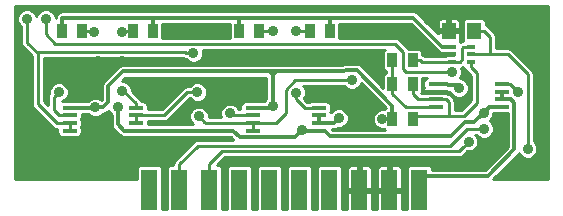
<source format=gbl>
G04 #@! TF.FileFunction,Copper,L2,Bot,Signal*
%FSLAX46Y46*%
G04 Gerber Fmt 4.6, Leading zero omitted, Abs format (unit mm)*
G04 Created by KiCad (PCBNEW (2015-11-11 BZR 6310, Git 8f79b4f)-product) date 2015-11-18 1:22:02 PM*
%MOMM*%
G01*
G04 APERTURE LIST*
%ADD10C,0.150000*%
%ADD11R,1.350000X3.500000*%
%ADD12R,0.797560X0.398780*%
%ADD13R,1.143000X1.397000*%
%ADD14R,1.300480X0.299720*%
%ADD15R,0.812800X1.143000*%
%ADD16C,0.889000*%
%ADD17C,0.304800*%
%ADD18C,0.254000*%
G04 APERTURE END LIST*
D10*
D11*
X106570000Y-99000000D03*
X109110000Y-99000000D03*
X111650000Y-99000000D03*
X114190000Y-99000000D03*
X116730000Y-99000000D03*
X119270000Y-99000000D03*
X121810000Y-99000000D03*
X124350000Y-99000000D03*
X126890000Y-99000000D03*
X129430000Y-99000000D03*
D12*
X132202440Y-88147700D03*
X132202440Y-87500000D03*
X132202440Y-86852300D03*
X133797560Y-86852300D03*
X133797560Y-87500000D03*
X133797560Y-88147700D03*
D13*
X134079500Y-85500000D03*
X131920500Y-85500000D03*
D14*
X99806000Y-93955400D03*
X99806000Y-93320400D03*
X99806000Y-92660000D03*
X99806000Y-92025000D03*
X105394000Y-92025000D03*
X105394000Y-92672700D03*
X105394000Y-93320400D03*
X105394000Y-93968100D03*
X115306000Y-93955400D03*
X115306000Y-93320400D03*
X115306000Y-92660000D03*
X115306000Y-92025000D03*
X120894000Y-92025000D03*
X120894000Y-92672700D03*
X120894000Y-93320400D03*
X120894000Y-93968100D03*
X130806000Y-91955400D03*
X130806000Y-91320400D03*
X130806000Y-90660000D03*
X130806000Y-90025000D03*
X136394000Y-90025000D03*
X136394000Y-90672700D03*
X136394000Y-91320400D03*
X136394000Y-91968100D03*
D15*
X127149100Y-90000000D03*
X128850900Y-90000000D03*
X120149100Y-85500000D03*
X121850900Y-85500000D03*
X115850900Y-85500000D03*
X114149100Y-85500000D03*
X105149100Y-85500000D03*
X106850900Y-85500000D03*
X100850900Y-85500000D03*
X99149100Y-85500000D03*
X128850900Y-88000000D03*
X127149100Y-88000000D03*
X128850900Y-93000000D03*
X127149100Y-93000000D03*
D16*
X119500000Y-93900000D03*
X134858233Y-92443895D03*
X103900000Y-92000000D03*
X117000000Y-91900000D03*
X132781200Y-90359875D03*
X126300000Y-92979998D03*
X101999992Y-92000000D03*
X103250000Y-95250000D03*
X110500000Y-85500000D03*
X135250000Y-95500000D03*
X132782024Y-91525280D03*
X125500000Y-91500000D03*
X102200000Y-88100000D03*
X104250920Y-88100000D03*
X118100000Y-96600000D03*
X107200000Y-95200000D03*
X115400000Y-96600000D03*
X125500000Y-85500000D03*
X118000000Y-87900000D03*
X131900000Y-84200000D03*
X109400000Y-92800000D03*
X133600000Y-94900000D03*
X134900000Y-93800002D03*
X138600000Y-95500000D03*
X122600000Y-92900000D03*
X98900000Y-90700000D03*
X104250920Y-90600000D03*
X113400000Y-92500000D03*
X119000000Y-90750000D03*
X137800000Y-90719202D03*
X132200000Y-88994802D03*
X97800000Y-84500000D03*
X110300000Y-87400000D03*
X96199996Y-84500000D03*
X101900000Y-85600000D03*
X110633723Y-90707870D03*
X104250920Y-85600000D03*
X110750000Y-92750000D03*
X123703212Y-89671179D03*
X117000008Y-85500000D03*
X119000000Y-85500000D03*
D17*
X134068717Y-93233411D02*
X134413734Y-92888394D01*
X133265674Y-93233411D02*
X134068717Y-93233411D01*
X132076325Y-94422760D02*
X133265674Y-93233411D01*
X121394380Y-93968100D02*
X121849040Y-94422760D01*
X120894000Y-93968100D02*
X121394380Y-93968100D01*
X121849040Y-94422760D02*
X132076325Y-94422760D01*
X134413734Y-92888394D02*
X134858233Y-92443895D01*
X118888339Y-94511661D02*
X119055501Y-94344499D01*
X114211661Y-94511661D02*
X118888339Y-94511661D01*
X113668100Y-93968100D02*
X114211661Y-94511661D01*
X119055501Y-94344499D02*
X119500000Y-93900000D01*
X105394000Y-93968100D02*
X113668100Y-93968100D01*
X119568100Y-93968100D02*
X119500000Y-93900000D01*
X120894000Y-93968100D02*
X119568100Y-93968100D01*
X135302732Y-91999396D02*
X134858233Y-92443895D01*
X135334028Y-91968100D02*
X135302732Y-91999396D01*
X136394000Y-91968100D02*
X135334028Y-91968100D01*
X103900000Y-92628617D02*
X103900000Y-93358022D01*
X103900000Y-92628617D02*
X103900000Y-92000000D01*
X103900000Y-93429140D02*
X103900000Y-92628617D01*
X104438960Y-93968100D02*
X103900000Y-93429140D01*
X105394000Y-93968100D02*
X104438960Y-93968100D01*
X127149100Y-92123700D02*
X127149100Y-93000000D01*
X127149100Y-91857733D02*
X127149100Y-92123700D01*
X123049099Y-88950901D02*
X123179722Y-88820278D01*
X117300000Y-88950901D02*
X123049099Y-88950901D01*
X123179722Y-88820278D02*
X124111645Y-88820278D01*
X124111645Y-88820278D02*
X127149100Y-91857733D01*
X116875000Y-92025000D02*
X117000000Y-91900000D01*
X115306000Y-92025000D02*
X116875000Y-92025000D01*
X117000000Y-91900000D02*
X117000000Y-89750000D01*
X117000000Y-89750000D02*
X117000000Y-89300000D01*
X117000000Y-88950901D02*
X117300000Y-88950901D01*
X117000000Y-89300000D02*
X117000000Y-89250901D01*
X117000000Y-89250901D02*
X117300000Y-88950901D01*
X117000000Y-89300000D02*
X117000000Y-88950901D01*
X104300000Y-88950901D02*
X116700000Y-88950901D01*
X116700000Y-88950901D02*
X117000000Y-88950901D01*
X117000000Y-89250901D02*
X116700000Y-88950901D01*
X101999992Y-92000000D02*
X102628609Y-92000000D01*
X102628609Y-92000000D02*
X103100000Y-91528609D01*
X103100000Y-91528609D02*
X103100000Y-90150901D01*
X103100000Y-90150901D02*
X104300000Y-88950901D01*
X130806000Y-90025000D02*
X131775014Y-90025000D01*
X131876603Y-90126589D02*
X132547914Y-90126589D01*
X132547914Y-90126589D02*
X132781200Y-90359875D01*
X131775014Y-90025000D02*
X131876603Y-90126589D01*
X127149100Y-93000000D02*
X126320002Y-93000000D01*
X126320002Y-93000000D02*
X126300000Y-92979998D01*
X101974992Y-92025000D02*
X101999992Y-92000000D01*
X99806000Y-92025000D02*
X101974992Y-92025000D01*
D18*
X124350000Y-99000000D02*
X124350000Y-96950000D01*
X124350000Y-96950000D02*
X124000000Y-96600000D01*
X124000000Y-96600000D02*
X118100000Y-96600000D01*
X107200000Y-95200000D02*
X103300000Y-95200000D01*
X103300000Y-95200000D02*
X103250000Y-95250000D01*
X132337525Y-91080781D02*
X132782024Y-91525280D01*
X131907944Y-90660000D02*
X132328725Y-91080781D01*
X130806000Y-90660000D02*
X131907944Y-90660000D01*
X132328725Y-91080781D02*
X132337525Y-91080781D01*
X115400000Y-96600000D02*
X118100000Y-96600000D01*
X131920500Y-85500000D02*
X131920500Y-84220500D01*
X131920500Y-84220500D02*
X131900000Y-84200000D01*
D17*
X99149100Y-84450900D02*
X99149100Y-85500000D01*
X106900000Y-84400000D02*
X99200000Y-84400000D01*
X99200000Y-84400000D02*
X99149100Y-84450900D01*
X132202440Y-86852300D02*
X131352300Y-86852300D01*
X131352300Y-86852300D02*
X128900000Y-84400000D01*
X128900000Y-84400000D02*
X121900000Y-84400000D01*
X121900000Y-84400000D02*
X114100000Y-84400000D01*
X121900000Y-84400000D02*
X121850900Y-84449100D01*
X121850900Y-84449100D02*
X121850900Y-85500000D01*
X114100000Y-84400000D02*
X106900000Y-84400000D01*
X114100000Y-84400000D02*
X114149100Y-84449100D01*
X114149100Y-84449100D02*
X114149100Y-85500000D01*
X106900000Y-84400000D02*
X106850900Y-84449100D01*
X106850900Y-84449100D02*
X106850900Y-85500000D01*
X99149100Y-85665100D02*
X99149100Y-85500000D01*
D18*
X111650000Y-99000000D02*
X111650000Y-96750000D01*
X111650000Y-96750000D02*
X112717288Y-95682712D01*
X112717288Y-95682712D02*
X132817288Y-95682712D01*
X132817288Y-95682712D02*
X133155501Y-95344499D01*
X133155501Y-95344499D02*
X133600000Y-94900000D01*
X109110000Y-99000000D02*
X109110000Y-96790000D01*
X109110000Y-96790000D02*
X110674499Y-95225501D01*
X110674499Y-95225501D02*
X132027941Y-95225501D01*
X132027941Y-95225501D02*
X133453440Y-93800002D01*
X133453440Y-93800002D02*
X134271383Y-93800002D01*
X134271383Y-93800002D02*
X134900000Y-93800002D01*
D17*
X136394000Y-91320400D02*
X137141862Y-91320400D01*
X137141862Y-91320400D02*
X137450641Y-91629179D01*
X137450641Y-91629179D02*
X137450641Y-95549359D01*
X137450641Y-95549359D02*
X135200000Y-97800000D01*
X135200000Y-97800000D02*
X129800000Y-97800000D01*
X129800000Y-97800000D02*
X129430000Y-98170000D01*
X129430000Y-98170000D02*
X129430000Y-99000000D01*
X136394000Y-91320400D02*
X136394000Y-90672700D01*
D18*
X136900000Y-87500000D02*
X135400000Y-87500000D01*
X135400000Y-87500000D02*
X134450340Y-87500000D01*
X134079500Y-85500000D02*
X134905000Y-85500000D01*
X134905000Y-85500000D02*
X135400000Y-85995000D01*
X135400000Y-85995000D02*
X135400000Y-87500000D01*
X138600000Y-95500000D02*
X138600000Y-89200000D01*
X138600000Y-89200000D02*
X136900000Y-87500000D01*
X134450340Y-87500000D02*
X133797560Y-87500000D01*
D17*
X122179600Y-93320400D02*
X122600000Y-92900000D01*
X120894000Y-93320400D02*
X122179600Y-93320400D01*
X120894000Y-93320400D02*
X120894000Y-92672700D01*
D18*
X127149100Y-88000000D02*
X127149100Y-90000000D01*
X127149100Y-90825500D02*
X128279000Y-91955400D01*
X128279000Y-91955400D02*
X129901760Y-91955400D01*
X127149100Y-90000000D02*
X127149100Y-90825500D01*
X129901760Y-91955400D02*
X130806000Y-91955400D01*
X127149100Y-90000000D02*
X127149100Y-90165100D01*
X133200000Y-92700000D02*
X131900000Y-92700000D01*
X131900000Y-92700000D02*
X129100000Y-92700000D01*
X130806000Y-91320400D02*
X131710240Y-91320400D01*
X131710240Y-91320400D02*
X131900000Y-91510160D01*
X131900000Y-91510160D02*
X131900000Y-92700000D01*
X133797560Y-88147700D02*
X133797560Y-88601090D01*
X133797560Y-88601090D02*
X134300000Y-89103530D01*
X134300000Y-89103530D02*
X134300000Y-91600000D01*
X134300000Y-91600000D02*
X133200000Y-92700000D01*
X129100000Y-92700000D02*
X128850900Y-92949100D01*
X128850900Y-92949100D02*
X128850900Y-93000000D01*
X133797560Y-88147700D02*
X133598170Y-88147700D01*
X129000000Y-90000000D02*
X128850900Y-90000000D01*
X128850900Y-90000000D02*
X128850900Y-89834900D01*
X128850900Y-90000000D02*
X128850900Y-90825500D01*
X129345800Y-91320400D02*
X129901760Y-91320400D01*
X128850900Y-90825500D02*
X129345800Y-91320400D01*
X129901760Y-91320400D02*
X130806000Y-91320400D01*
D17*
X128875900Y-90025000D02*
X128850900Y-90000000D01*
D18*
X128850900Y-90165100D02*
X128850900Y-90000000D01*
X128899100Y-89951800D02*
X128850900Y-90000000D01*
X130306000Y-91320400D02*
X131210240Y-91320400D01*
X98900000Y-90700000D02*
X98455501Y-91144499D01*
X98455501Y-91144499D02*
X98455501Y-92213741D01*
X98455501Y-92213741D02*
X98901760Y-92660000D01*
X98901760Y-92660000D02*
X99806000Y-92660000D01*
X105394000Y-92025000D02*
X105394000Y-91621140D01*
X104372860Y-90600000D02*
X104250920Y-90600000D01*
X105394000Y-91621140D02*
X104372860Y-90600000D01*
X113400000Y-92500000D02*
X113560000Y-92660000D01*
X113560000Y-92660000D02*
X115306000Y-92660000D01*
X119000000Y-91300000D02*
X119000000Y-90750000D01*
X119725000Y-92025000D02*
X119000000Y-91300000D01*
X120894000Y-92025000D02*
X119725000Y-92025000D01*
X136394000Y-90025000D02*
X137105798Y-90025000D01*
X137105798Y-90025000D02*
X137800000Y-90719202D01*
X128850900Y-88000000D02*
X129511300Y-88000000D01*
X129511300Y-88000000D02*
X129659000Y-88147700D01*
X129659000Y-88147700D02*
X131549660Y-88147700D01*
X131549660Y-88147700D02*
X132202440Y-88147700D01*
X132202440Y-88147700D02*
X132855220Y-88147700D01*
X132855220Y-88147700D02*
X133068579Y-87934341D01*
X133144780Y-86852300D02*
X133797560Y-86852300D01*
X133068579Y-87934341D02*
X133068579Y-86928501D01*
X133068579Y-86928501D02*
X133144780Y-86852300D01*
X97800000Y-84500000D02*
X97800000Y-85814602D01*
X97800000Y-85814602D02*
X98585398Y-86600000D01*
X98585398Y-86600000D02*
X127321362Y-86600000D01*
X127321362Y-86600000D02*
X128000000Y-87278638D01*
X128000000Y-87278638D02*
X128000000Y-88721362D01*
X128000000Y-88721362D02*
X128273440Y-88994802D01*
X128273440Y-88994802D02*
X131571383Y-88994802D01*
X131571383Y-88994802D02*
X132200000Y-88994802D01*
X109671383Y-87400000D02*
X110300000Y-87400000D01*
X97200000Y-87300000D02*
X109571383Y-87300000D01*
X97100000Y-87400000D02*
X97200000Y-87300000D01*
X109571383Y-87300000D02*
X109671383Y-87400000D01*
X96199996Y-85128617D02*
X96199996Y-84500000D01*
X96199996Y-86499996D02*
X96199996Y-85128617D01*
X97100000Y-87400000D02*
X96199996Y-86499996D01*
X99806000Y-93320400D02*
X98720400Y-93320400D01*
X98720400Y-93320400D02*
X97100000Y-91700000D01*
X97100000Y-91700000D02*
X97100000Y-87400000D01*
X99806000Y-93955400D02*
X99806000Y-93320400D01*
X101800000Y-85500000D02*
X101900000Y-85600000D01*
X100850900Y-85500000D02*
X101800000Y-85500000D01*
X110005106Y-90707870D02*
X110633723Y-90707870D01*
X107808519Y-92672700D02*
X109773349Y-90707870D01*
X105394000Y-92672700D02*
X107808519Y-92672700D01*
X109773349Y-90707870D02*
X110005106Y-90707870D01*
X105394000Y-93320400D02*
X105394000Y-92672700D01*
X105149100Y-85500000D02*
X104350920Y-85500000D01*
X104350920Y-85500000D02*
X104250920Y-85600000D01*
X118932263Y-89671179D02*
X123074595Y-89671179D01*
X118100000Y-90503442D02*
X118932263Y-89671179D01*
X123074595Y-89671179D02*
X123703212Y-89671179D01*
X118100000Y-92500000D02*
X118100000Y-90503442D01*
X117279600Y-93320400D02*
X118100000Y-92500000D01*
X115306000Y-93320400D02*
X117279600Y-93320400D01*
X111194499Y-93194499D02*
X110750000Y-92750000D01*
X111320400Y-93320400D02*
X111194499Y-93194499D01*
X115306000Y-93320400D02*
X111320400Y-93320400D01*
X115306000Y-93320400D02*
X115306000Y-93955400D01*
X117000000Y-85500000D02*
X117000008Y-85500000D01*
X115850900Y-85500000D02*
X117000000Y-85500000D01*
X119300000Y-85500000D02*
X119000000Y-85500000D01*
X120149100Y-85500000D02*
X119300000Y-85500000D01*
G36*
X135743760Y-92506424D02*
X136917241Y-92506424D01*
X136917241Y-95328417D01*
X134979058Y-97266600D01*
X130493464Y-97266600D01*
X130493464Y-97250000D01*
X130466897Y-97108810D01*
X130383454Y-96979135D01*
X130256134Y-96892141D01*
X130105000Y-96861536D01*
X128755000Y-96861536D01*
X128613810Y-96888103D01*
X128484135Y-96971546D01*
X128397141Y-97098866D01*
X128366536Y-97250000D01*
X128366536Y-100569000D01*
X127946000Y-100569000D01*
X127946000Y-99222250D01*
X127850750Y-99127000D01*
X127017000Y-99127000D01*
X127017000Y-99147000D01*
X126763000Y-99147000D01*
X126763000Y-99127000D01*
X125929250Y-99127000D01*
X125834000Y-99222250D01*
X125834000Y-100569000D01*
X125406000Y-100569000D01*
X125406000Y-99222250D01*
X125310750Y-99127000D01*
X124477000Y-99127000D01*
X124477000Y-99147000D01*
X124223000Y-99147000D01*
X124223000Y-99127000D01*
X123389250Y-99127000D01*
X123294000Y-99222250D01*
X123294000Y-100569000D01*
X122873464Y-100569000D01*
X122873464Y-97250000D01*
X122859204Y-97174215D01*
X123294000Y-97174215D01*
X123294000Y-98777750D01*
X123389250Y-98873000D01*
X124223000Y-98873000D01*
X124223000Y-96964250D01*
X124477000Y-96964250D01*
X124477000Y-98873000D01*
X125310750Y-98873000D01*
X125406000Y-98777750D01*
X125406000Y-97174215D01*
X125834000Y-97174215D01*
X125834000Y-98777750D01*
X125929250Y-98873000D01*
X126763000Y-98873000D01*
X126763000Y-96964250D01*
X127017000Y-96964250D01*
X127017000Y-98873000D01*
X127850750Y-98873000D01*
X127946000Y-98777750D01*
X127946000Y-97174215D01*
X127887996Y-97034181D01*
X127780820Y-96927004D01*
X127640786Y-96869000D01*
X127112250Y-96869000D01*
X127017000Y-96964250D01*
X126763000Y-96964250D01*
X126667750Y-96869000D01*
X126139214Y-96869000D01*
X125999180Y-96927004D01*
X125892004Y-97034181D01*
X125834000Y-97174215D01*
X125406000Y-97174215D01*
X125347996Y-97034181D01*
X125240820Y-96927004D01*
X125100786Y-96869000D01*
X124572250Y-96869000D01*
X124477000Y-96964250D01*
X124223000Y-96964250D01*
X124127750Y-96869000D01*
X123599214Y-96869000D01*
X123459180Y-96927004D01*
X123352004Y-97034181D01*
X123294000Y-97174215D01*
X122859204Y-97174215D01*
X122846897Y-97108810D01*
X122763454Y-96979135D01*
X122636134Y-96892141D01*
X122485000Y-96861536D01*
X121135000Y-96861536D01*
X120993810Y-96888103D01*
X120864135Y-96971546D01*
X120777141Y-97098866D01*
X120746536Y-97250000D01*
X120746536Y-100569000D01*
X120333464Y-100569000D01*
X120333464Y-97250000D01*
X120306897Y-97108810D01*
X120223454Y-96979135D01*
X120096134Y-96892141D01*
X119945000Y-96861536D01*
X118595000Y-96861536D01*
X118453810Y-96888103D01*
X118324135Y-96971546D01*
X118237141Y-97098866D01*
X118206536Y-97250000D01*
X118206536Y-100569000D01*
X117793464Y-100569000D01*
X117793464Y-97250000D01*
X117766897Y-97108810D01*
X117683454Y-96979135D01*
X117556134Y-96892141D01*
X117405000Y-96861536D01*
X116055000Y-96861536D01*
X115913810Y-96888103D01*
X115784135Y-96971546D01*
X115697141Y-97098866D01*
X115666536Y-97250000D01*
X115666536Y-100569000D01*
X115253464Y-100569000D01*
X115253464Y-97250000D01*
X115226897Y-97108810D01*
X115143454Y-96979135D01*
X115016134Y-96892141D01*
X114865000Y-96861536D01*
X113515000Y-96861536D01*
X113373810Y-96888103D01*
X113244135Y-96971546D01*
X113157141Y-97098866D01*
X113126536Y-97250000D01*
X113126536Y-100569000D01*
X112713464Y-100569000D01*
X112713464Y-97250000D01*
X112686897Y-97108810D01*
X112603454Y-96979135D01*
X112476134Y-96892141D01*
X112325000Y-96861536D01*
X112256884Y-96861536D01*
X112927708Y-96190712D01*
X132817288Y-96190712D01*
X133011691Y-96152043D01*
X133176498Y-96041922D01*
X133493013Y-95725407D01*
X133763482Y-95725643D01*
X134066998Y-95600233D01*
X134299417Y-95368219D01*
X134425357Y-95064923D01*
X134425643Y-94736518D01*
X134300233Y-94433002D01*
X134175451Y-94308002D01*
X134240698Y-94308002D01*
X134431781Y-94499419D01*
X134735077Y-94625359D01*
X135063482Y-94625645D01*
X135366998Y-94500235D01*
X135599417Y-94268221D01*
X135725357Y-93964925D01*
X135725643Y-93636520D01*
X135600233Y-93333004D01*
X135368534Y-93100901D01*
X135557650Y-92912114D01*
X135683590Y-92608818D01*
X135683683Y-92501500D01*
X135719444Y-92501500D01*
X135743760Y-92506424D01*
X135743760Y-92506424D01*
G37*
X135743760Y-92506424D02*
X136917241Y-92506424D01*
X136917241Y-95328417D01*
X134979058Y-97266600D01*
X130493464Y-97266600D01*
X130493464Y-97250000D01*
X130466897Y-97108810D01*
X130383454Y-96979135D01*
X130256134Y-96892141D01*
X130105000Y-96861536D01*
X128755000Y-96861536D01*
X128613810Y-96888103D01*
X128484135Y-96971546D01*
X128397141Y-97098866D01*
X128366536Y-97250000D01*
X128366536Y-100569000D01*
X127946000Y-100569000D01*
X127946000Y-99222250D01*
X127850750Y-99127000D01*
X127017000Y-99127000D01*
X127017000Y-99147000D01*
X126763000Y-99147000D01*
X126763000Y-99127000D01*
X125929250Y-99127000D01*
X125834000Y-99222250D01*
X125834000Y-100569000D01*
X125406000Y-100569000D01*
X125406000Y-99222250D01*
X125310750Y-99127000D01*
X124477000Y-99127000D01*
X124477000Y-99147000D01*
X124223000Y-99147000D01*
X124223000Y-99127000D01*
X123389250Y-99127000D01*
X123294000Y-99222250D01*
X123294000Y-100569000D01*
X122873464Y-100569000D01*
X122873464Y-97250000D01*
X122859204Y-97174215D01*
X123294000Y-97174215D01*
X123294000Y-98777750D01*
X123389250Y-98873000D01*
X124223000Y-98873000D01*
X124223000Y-96964250D01*
X124477000Y-96964250D01*
X124477000Y-98873000D01*
X125310750Y-98873000D01*
X125406000Y-98777750D01*
X125406000Y-97174215D01*
X125834000Y-97174215D01*
X125834000Y-98777750D01*
X125929250Y-98873000D01*
X126763000Y-98873000D01*
X126763000Y-96964250D01*
X127017000Y-96964250D01*
X127017000Y-98873000D01*
X127850750Y-98873000D01*
X127946000Y-98777750D01*
X127946000Y-97174215D01*
X127887996Y-97034181D01*
X127780820Y-96927004D01*
X127640786Y-96869000D01*
X127112250Y-96869000D01*
X127017000Y-96964250D01*
X126763000Y-96964250D01*
X126667750Y-96869000D01*
X126139214Y-96869000D01*
X125999180Y-96927004D01*
X125892004Y-97034181D01*
X125834000Y-97174215D01*
X125406000Y-97174215D01*
X125347996Y-97034181D01*
X125240820Y-96927004D01*
X125100786Y-96869000D01*
X124572250Y-96869000D01*
X124477000Y-96964250D01*
X124223000Y-96964250D01*
X124127750Y-96869000D01*
X123599214Y-96869000D01*
X123459180Y-96927004D01*
X123352004Y-97034181D01*
X123294000Y-97174215D01*
X122859204Y-97174215D01*
X122846897Y-97108810D01*
X122763454Y-96979135D01*
X122636134Y-96892141D01*
X122485000Y-96861536D01*
X121135000Y-96861536D01*
X120993810Y-96888103D01*
X120864135Y-96971546D01*
X120777141Y-97098866D01*
X120746536Y-97250000D01*
X120746536Y-100569000D01*
X120333464Y-100569000D01*
X120333464Y-97250000D01*
X120306897Y-97108810D01*
X120223454Y-96979135D01*
X120096134Y-96892141D01*
X119945000Y-96861536D01*
X118595000Y-96861536D01*
X118453810Y-96888103D01*
X118324135Y-96971546D01*
X118237141Y-97098866D01*
X118206536Y-97250000D01*
X118206536Y-100569000D01*
X117793464Y-100569000D01*
X117793464Y-97250000D01*
X117766897Y-97108810D01*
X117683454Y-96979135D01*
X117556134Y-96892141D01*
X117405000Y-96861536D01*
X116055000Y-96861536D01*
X115913810Y-96888103D01*
X115784135Y-96971546D01*
X115697141Y-97098866D01*
X115666536Y-97250000D01*
X115666536Y-100569000D01*
X115253464Y-100569000D01*
X115253464Y-97250000D01*
X115226897Y-97108810D01*
X115143454Y-96979135D01*
X115016134Y-96892141D01*
X114865000Y-96861536D01*
X113515000Y-96861536D01*
X113373810Y-96888103D01*
X113244135Y-96971546D01*
X113157141Y-97098866D01*
X113126536Y-97250000D01*
X113126536Y-100569000D01*
X112713464Y-100569000D01*
X112713464Y-97250000D01*
X112686897Y-97108810D01*
X112603454Y-96979135D01*
X112476134Y-96892141D01*
X112325000Y-96861536D01*
X112256884Y-96861536D01*
X112927708Y-96190712D01*
X132817288Y-96190712D01*
X133011691Y-96152043D01*
X133176498Y-96041922D01*
X133493013Y-95725407D01*
X133763482Y-95725643D01*
X134066998Y-95600233D01*
X134299417Y-95368219D01*
X134425357Y-95064923D01*
X134425643Y-94736518D01*
X134300233Y-94433002D01*
X134175451Y-94308002D01*
X134240698Y-94308002D01*
X134431781Y-94499419D01*
X134735077Y-94625359D01*
X135063482Y-94625645D01*
X135366998Y-94500235D01*
X135599417Y-94268221D01*
X135725357Y-93964925D01*
X135725643Y-93636520D01*
X135600233Y-93333004D01*
X135368534Y-93100901D01*
X135557650Y-92912114D01*
X135683590Y-92608818D01*
X135683683Y-92501500D01*
X135719444Y-92501500D01*
X135743760Y-92506424D01*
G36*
X140319000Y-98069000D02*
X135685342Y-98069000D01*
X137827812Y-95926530D01*
X137861941Y-95875452D01*
X137899767Y-95966998D01*
X138131781Y-96199417D01*
X138435077Y-96325357D01*
X138763482Y-96325643D01*
X139066998Y-96200233D01*
X139299417Y-95968219D01*
X139425357Y-95664923D01*
X139425643Y-95336518D01*
X139300233Y-95033002D01*
X139108000Y-94840433D01*
X139108000Y-89200000D01*
X139069331Y-89005597D01*
X138959210Y-88840790D01*
X137259210Y-87140790D01*
X137094403Y-87030669D01*
X136900000Y-86992000D01*
X135908000Y-86992000D01*
X135908000Y-85995000D01*
X135869331Y-85800597D01*
X135759210Y-85635790D01*
X135264210Y-85140790D01*
X135099403Y-85030669D01*
X135039464Y-85018746D01*
X135039464Y-84801500D01*
X135012897Y-84660310D01*
X134929454Y-84530635D01*
X134802134Y-84443641D01*
X134651000Y-84413036D01*
X133508000Y-84413036D01*
X133366810Y-84439603D01*
X133237135Y-84523046D01*
X133150141Y-84650366D01*
X133119536Y-84801500D01*
X133119536Y-86198500D01*
X133146103Y-86339690D01*
X133149069Y-86344300D01*
X133144780Y-86344300D01*
X132950377Y-86382969D01*
X132950375Y-86382970D01*
X132950376Y-86382970D01*
X132901349Y-86415729D01*
X132879674Y-86382045D01*
X132839683Y-86354720D01*
X132873000Y-86274285D01*
X132873000Y-85722250D01*
X132777750Y-85627000D01*
X132047500Y-85627000D01*
X132047500Y-85647000D01*
X131793500Y-85647000D01*
X131793500Y-85627000D01*
X131063250Y-85627000D01*
X130972296Y-85717954D01*
X129980057Y-84725715D01*
X130968000Y-84725715D01*
X130968000Y-85277750D01*
X131063250Y-85373000D01*
X131793500Y-85373000D01*
X131793500Y-84515750D01*
X132047500Y-84515750D01*
X132047500Y-85373000D01*
X132777750Y-85373000D01*
X132873000Y-85277750D01*
X132873000Y-84725715D01*
X132814996Y-84585681D01*
X132707820Y-84478504D01*
X132567786Y-84420500D01*
X132142750Y-84420500D01*
X132047500Y-84515750D01*
X131793500Y-84515750D01*
X131698250Y-84420500D01*
X131273214Y-84420500D01*
X131133180Y-84478504D01*
X131026004Y-84585681D01*
X130968000Y-84725715D01*
X129980057Y-84725715D01*
X129277171Y-84022829D01*
X129104123Y-83907203D01*
X128900000Y-83866600D01*
X99200000Y-83866600D01*
X98995876Y-83907203D01*
X98926563Y-83953516D01*
X98822829Y-84022829D01*
X98822827Y-84022832D01*
X98771929Y-84073729D01*
X98656303Y-84246777D01*
X98625587Y-84401197D01*
X98625643Y-84336518D01*
X98500233Y-84033002D01*
X98268219Y-83800583D01*
X97964923Y-83674643D01*
X97636518Y-83674357D01*
X97333002Y-83799767D01*
X97100583Y-84031781D01*
X96999906Y-84274238D01*
X96900229Y-84033002D01*
X96668215Y-83800583D01*
X96364919Y-83674643D01*
X96036514Y-83674357D01*
X95732998Y-83799767D01*
X95500579Y-84031781D01*
X95374639Y-84335077D01*
X95374353Y-84663482D01*
X95499763Y-84966998D01*
X95691996Y-85159567D01*
X95691996Y-86499996D01*
X95730665Y-86694399D01*
X95840786Y-86859206D01*
X96592000Y-87610420D01*
X96592000Y-91700000D01*
X96630669Y-91894403D01*
X96740790Y-92059210D01*
X98361190Y-93679610D01*
X98525997Y-93789731D01*
X98720400Y-93828400D01*
X98767296Y-93828400D01*
X98767296Y-94105260D01*
X98793863Y-94246450D01*
X98877306Y-94376125D01*
X99004626Y-94463119D01*
X99155760Y-94493724D01*
X100456240Y-94493724D01*
X100597430Y-94467157D01*
X100727105Y-94383714D01*
X100814099Y-94256394D01*
X100844704Y-94105260D01*
X100844704Y-93805540D01*
X100818137Y-93664350D01*
X100801943Y-93639184D01*
X100814099Y-93621394D01*
X100844704Y-93470260D01*
X100844704Y-93170540D01*
X100818137Y-93029350D01*
X100793526Y-92991103D01*
X100814099Y-92960994D01*
X100844704Y-92809860D01*
X100844704Y-92558400D01*
X101391002Y-92558400D01*
X101531773Y-92699417D01*
X101835069Y-92825357D01*
X102163474Y-92825643D01*
X102466990Y-92700233D01*
X102635484Y-92532032D01*
X102832732Y-92492797D01*
X103005780Y-92377171D01*
X103116785Y-92266166D01*
X103199767Y-92466998D01*
X103366600Y-92634122D01*
X103366600Y-93429140D01*
X103407203Y-93633263D01*
X103522829Y-93806311D01*
X104061787Y-94345268D01*
X104061789Y-94345271D01*
X104193089Y-94433002D01*
X104234837Y-94460897D01*
X104438960Y-94501501D01*
X104438965Y-94501500D01*
X104719444Y-94501500D01*
X104743760Y-94506424D01*
X106044240Y-94506424D01*
X106070409Y-94501500D01*
X113447158Y-94501500D01*
X113663159Y-94717501D01*
X110674499Y-94717501D01*
X110480096Y-94756170D01*
X110315289Y-94866291D01*
X108750790Y-96430790D01*
X108640669Y-96595597D01*
X108602000Y-96790000D01*
X108602000Y-96861536D01*
X108435000Y-96861536D01*
X108293810Y-96888103D01*
X108164135Y-96971546D01*
X108077141Y-97098866D01*
X108046536Y-97250000D01*
X108046536Y-100569000D01*
X107633464Y-100569000D01*
X107633464Y-97250000D01*
X107606897Y-97108810D01*
X107523454Y-96979135D01*
X107396134Y-96892141D01*
X107245000Y-96861536D01*
X105895000Y-96861536D01*
X105753810Y-96888103D01*
X105624135Y-96971546D01*
X105537141Y-97098866D01*
X105506536Y-97250000D01*
X105506536Y-98070300D01*
X105500000Y-98069000D01*
X95181000Y-98069000D01*
X95181000Y-83431000D01*
X140319000Y-83431000D01*
X140319000Y-98069000D01*
X140319000Y-98069000D01*
G37*
X140319000Y-98069000D02*
X135685342Y-98069000D01*
X137827812Y-95926530D01*
X137861941Y-95875452D01*
X137899767Y-95966998D01*
X138131781Y-96199417D01*
X138435077Y-96325357D01*
X138763482Y-96325643D01*
X139066998Y-96200233D01*
X139299417Y-95968219D01*
X139425357Y-95664923D01*
X139425643Y-95336518D01*
X139300233Y-95033002D01*
X139108000Y-94840433D01*
X139108000Y-89200000D01*
X139069331Y-89005597D01*
X138959210Y-88840790D01*
X137259210Y-87140790D01*
X137094403Y-87030669D01*
X136900000Y-86992000D01*
X135908000Y-86992000D01*
X135908000Y-85995000D01*
X135869331Y-85800597D01*
X135759210Y-85635790D01*
X135264210Y-85140790D01*
X135099403Y-85030669D01*
X135039464Y-85018746D01*
X135039464Y-84801500D01*
X135012897Y-84660310D01*
X134929454Y-84530635D01*
X134802134Y-84443641D01*
X134651000Y-84413036D01*
X133508000Y-84413036D01*
X133366810Y-84439603D01*
X133237135Y-84523046D01*
X133150141Y-84650366D01*
X133119536Y-84801500D01*
X133119536Y-86198500D01*
X133146103Y-86339690D01*
X133149069Y-86344300D01*
X133144780Y-86344300D01*
X132950377Y-86382969D01*
X132950375Y-86382970D01*
X132950376Y-86382970D01*
X132901349Y-86415729D01*
X132879674Y-86382045D01*
X132839683Y-86354720D01*
X132873000Y-86274285D01*
X132873000Y-85722250D01*
X132777750Y-85627000D01*
X132047500Y-85627000D01*
X132047500Y-85647000D01*
X131793500Y-85647000D01*
X131793500Y-85627000D01*
X131063250Y-85627000D01*
X130972296Y-85717954D01*
X129980057Y-84725715D01*
X130968000Y-84725715D01*
X130968000Y-85277750D01*
X131063250Y-85373000D01*
X131793500Y-85373000D01*
X131793500Y-84515750D01*
X132047500Y-84515750D01*
X132047500Y-85373000D01*
X132777750Y-85373000D01*
X132873000Y-85277750D01*
X132873000Y-84725715D01*
X132814996Y-84585681D01*
X132707820Y-84478504D01*
X132567786Y-84420500D01*
X132142750Y-84420500D01*
X132047500Y-84515750D01*
X131793500Y-84515750D01*
X131698250Y-84420500D01*
X131273214Y-84420500D01*
X131133180Y-84478504D01*
X131026004Y-84585681D01*
X130968000Y-84725715D01*
X129980057Y-84725715D01*
X129277171Y-84022829D01*
X129104123Y-83907203D01*
X128900000Y-83866600D01*
X99200000Y-83866600D01*
X98995876Y-83907203D01*
X98926563Y-83953516D01*
X98822829Y-84022829D01*
X98822827Y-84022832D01*
X98771929Y-84073729D01*
X98656303Y-84246777D01*
X98625587Y-84401197D01*
X98625643Y-84336518D01*
X98500233Y-84033002D01*
X98268219Y-83800583D01*
X97964923Y-83674643D01*
X97636518Y-83674357D01*
X97333002Y-83799767D01*
X97100583Y-84031781D01*
X96999906Y-84274238D01*
X96900229Y-84033002D01*
X96668215Y-83800583D01*
X96364919Y-83674643D01*
X96036514Y-83674357D01*
X95732998Y-83799767D01*
X95500579Y-84031781D01*
X95374639Y-84335077D01*
X95374353Y-84663482D01*
X95499763Y-84966998D01*
X95691996Y-85159567D01*
X95691996Y-86499996D01*
X95730665Y-86694399D01*
X95840786Y-86859206D01*
X96592000Y-87610420D01*
X96592000Y-91700000D01*
X96630669Y-91894403D01*
X96740790Y-92059210D01*
X98361190Y-93679610D01*
X98525997Y-93789731D01*
X98720400Y-93828400D01*
X98767296Y-93828400D01*
X98767296Y-94105260D01*
X98793863Y-94246450D01*
X98877306Y-94376125D01*
X99004626Y-94463119D01*
X99155760Y-94493724D01*
X100456240Y-94493724D01*
X100597430Y-94467157D01*
X100727105Y-94383714D01*
X100814099Y-94256394D01*
X100844704Y-94105260D01*
X100844704Y-93805540D01*
X100818137Y-93664350D01*
X100801943Y-93639184D01*
X100814099Y-93621394D01*
X100844704Y-93470260D01*
X100844704Y-93170540D01*
X100818137Y-93029350D01*
X100793526Y-92991103D01*
X100814099Y-92960994D01*
X100844704Y-92809860D01*
X100844704Y-92558400D01*
X101391002Y-92558400D01*
X101531773Y-92699417D01*
X101835069Y-92825357D01*
X102163474Y-92825643D01*
X102466990Y-92700233D01*
X102635484Y-92532032D01*
X102832732Y-92492797D01*
X103005780Y-92377171D01*
X103116785Y-92266166D01*
X103199767Y-92466998D01*
X103366600Y-92634122D01*
X103366600Y-93429140D01*
X103407203Y-93633263D01*
X103522829Y-93806311D01*
X104061787Y-94345268D01*
X104061789Y-94345271D01*
X104193089Y-94433002D01*
X104234837Y-94460897D01*
X104438960Y-94501501D01*
X104438965Y-94501500D01*
X104719444Y-94501500D01*
X104743760Y-94506424D01*
X106044240Y-94506424D01*
X106070409Y-94501500D01*
X113447158Y-94501500D01*
X113663159Y-94717501D01*
X110674499Y-94717501D01*
X110480096Y-94756170D01*
X110315289Y-94866291D01*
X108750790Y-96430790D01*
X108640669Y-96595597D01*
X108602000Y-96790000D01*
X108602000Y-96861536D01*
X108435000Y-96861536D01*
X108293810Y-96888103D01*
X108164135Y-96971546D01*
X108077141Y-97098866D01*
X108046536Y-97250000D01*
X108046536Y-100569000D01*
X107633464Y-100569000D01*
X107633464Y-97250000D01*
X107606897Y-97108810D01*
X107523454Y-96979135D01*
X107396134Y-96892141D01*
X107245000Y-96861536D01*
X105895000Y-96861536D01*
X105753810Y-96888103D01*
X105624135Y-96971546D01*
X105537141Y-97098866D01*
X105506536Y-97250000D01*
X105506536Y-98070300D01*
X105500000Y-98069000D01*
X95181000Y-98069000D01*
X95181000Y-83431000D01*
X140319000Y-83431000D01*
X140319000Y-98069000D01*
G36*
X126603293Y-92066268D02*
X126601510Y-92066603D01*
X126471835Y-92150046D01*
X126467862Y-92155861D01*
X126464923Y-92154641D01*
X126136518Y-92154355D01*
X125833002Y-92279765D01*
X125600583Y-92511779D01*
X125474643Y-92815075D01*
X125474357Y-93143480D01*
X125599767Y-93446996D01*
X125831781Y-93679415D01*
X126135077Y-93805355D01*
X126440602Y-93805621D01*
X126464246Y-93842365D01*
X126533025Y-93889360D01*
X122069982Y-93889360D01*
X122034422Y-93853800D01*
X122179600Y-93853800D01*
X122383723Y-93813197D01*
X122515082Y-93725427D01*
X122763482Y-93725643D01*
X123066998Y-93600233D01*
X123299417Y-93368219D01*
X123425357Y-93064923D01*
X123425643Y-92736518D01*
X123300233Y-92433002D01*
X123068219Y-92200583D01*
X122764923Y-92074643D01*
X122436518Y-92074357D01*
X122133002Y-92199767D01*
X121913200Y-92419186D01*
X121906137Y-92381650D01*
X121885735Y-92349944D01*
X121902099Y-92325994D01*
X121932704Y-92174860D01*
X121932704Y-91875140D01*
X121906137Y-91733950D01*
X121822694Y-91604275D01*
X121695374Y-91517281D01*
X121544240Y-91486676D01*
X120243760Y-91486676D01*
X120102570Y-91513243D01*
X120096731Y-91517000D01*
X119935420Y-91517000D01*
X119668001Y-91249581D01*
X119699417Y-91218219D01*
X119825357Y-90914923D01*
X119825643Y-90586518D01*
X119700233Y-90283002D01*
X119596591Y-90179179D01*
X123043910Y-90179179D01*
X123234993Y-90370596D01*
X123538289Y-90496536D01*
X123866694Y-90496822D01*
X124170210Y-90371412D01*
X124402629Y-90139398D01*
X124482962Y-89945937D01*
X126603293Y-92066268D01*
X126603293Y-92066268D01*
G37*
X126603293Y-92066268D02*
X126601510Y-92066603D01*
X126471835Y-92150046D01*
X126467862Y-92155861D01*
X126464923Y-92154641D01*
X126136518Y-92154355D01*
X125833002Y-92279765D01*
X125600583Y-92511779D01*
X125474643Y-92815075D01*
X125474357Y-93143480D01*
X125599767Y-93446996D01*
X125831781Y-93679415D01*
X126135077Y-93805355D01*
X126440602Y-93805621D01*
X126464246Y-93842365D01*
X126533025Y-93889360D01*
X122069982Y-93889360D01*
X122034422Y-93853800D01*
X122179600Y-93853800D01*
X122383723Y-93813197D01*
X122515082Y-93725427D01*
X122763482Y-93725643D01*
X123066998Y-93600233D01*
X123299417Y-93368219D01*
X123425357Y-93064923D01*
X123425643Y-92736518D01*
X123300233Y-92433002D01*
X123068219Y-92200583D01*
X122764923Y-92074643D01*
X122436518Y-92074357D01*
X122133002Y-92199767D01*
X121913200Y-92419186D01*
X121906137Y-92381650D01*
X121885735Y-92349944D01*
X121902099Y-92325994D01*
X121932704Y-92174860D01*
X121932704Y-91875140D01*
X121906137Y-91733950D01*
X121822694Y-91604275D01*
X121695374Y-91517281D01*
X121544240Y-91486676D01*
X120243760Y-91486676D01*
X120102570Y-91513243D01*
X120096731Y-91517000D01*
X119935420Y-91517000D01*
X119668001Y-91249581D01*
X119699417Y-91218219D01*
X119825357Y-90914923D01*
X119825643Y-90586518D01*
X119700233Y-90283002D01*
X119596591Y-90179179D01*
X123043910Y-90179179D01*
X123234993Y-90370596D01*
X123538289Y-90496536D01*
X123866694Y-90496822D01*
X124170210Y-90371412D01*
X124402629Y-90139398D01*
X124482962Y-89945937D01*
X126603293Y-92066268D01*
G36*
X116466600Y-91266053D02*
X116300583Y-91431781D01*
X116275744Y-91491600D01*
X115980556Y-91491600D01*
X115956240Y-91486676D01*
X114655760Y-91486676D01*
X114514570Y-91513243D01*
X114384895Y-91596686D01*
X114297901Y-91724006D01*
X114267296Y-91875140D01*
X114267296Y-92152000D01*
X114149402Y-92152000D01*
X114100233Y-92033002D01*
X113868219Y-91800583D01*
X113564923Y-91674643D01*
X113236518Y-91674357D01*
X112933002Y-91799767D01*
X112700583Y-92031781D01*
X112574643Y-92335077D01*
X112574357Y-92663482D01*
X112635889Y-92812400D01*
X111575446Y-92812400D01*
X111575643Y-92586518D01*
X111450233Y-92283002D01*
X111218219Y-92050583D01*
X110914923Y-91924643D01*
X110586518Y-91924357D01*
X110283002Y-92049767D01*
X110050583Y-92281781D01*
X109924643Y-92585077D01*
X109924357Y-92913482D01*
X110049767Y-93216998D01*
X110267090Y-93434700D01*
X106432704Y-93434700D01*
X106432704Y-93180700D01*
X107808519Y-93180700D01*
X108002922Y-93142031D01*
X108167729Y-93031910D01*
X109979091Y-91220548D01*
X110165504Y-91407287D01*
X110468800Y-91533227D01*
X110797205Y-91533513D01*
X111100721Y-91408103D01*
X111333140Y-91176089D01*
X111459080Y-90872793D01*
X111459366Y-90544388D01*
X111333956Y-90240872D01*
X111101942Y-90008453D01*
X110798646Y-89882513D01*
X110470241Y-89882227D01*
X110166725Y-90007637D01*
X109974156Y-90199870D01*
X109773349Y-90199870D01*
X109612921Y-90231781D01*
X109578945Y-90238539D01*
X109414139Y-90348660D01*
X107598099Y-92164700D01*
X106432704Y-92164700D01*
X106432704Y-91875140D01*
X106406137Y-91733950D01*
X106322694Y-91604275D01*
X106195374Y-91517281D01*
X106044240Y-91486676D01*
X105875254Y-91486676D01*
X105863331Y-91426737D01*
X105753210Y-91261930D01*
X105076434Y-90585154D01*
X105076563Y-90436518D01*
X104951153Y-90133002D01*
X104719139Y-89900583D01*
X104415843Y-89774643D01*
X104230761Y-89774482D01*
X104520942Y-89484301D01*
X116466600Y-89484301D01*
X116466600Y-91266053D01*
X116466600Y-91266053D01*
G37*
X116466600Y-91266053D02*
X116300583Y-91431781D01*
X116275744Y-91491600D01*
X115980556Y-91491600D01*
X115956240Y-91486676D01*
X114655760Y-91486676D01*
X114514570Y-91513243D01*
X114384895Y-91596686D01*
X114297901Y-91724006D01*
X114267296Y-91875140D01*
X114267296Y-92152000D01*
X114149402Y-92152000D01*
X114100233Y-92033002D01*
X113868219Y-91800583D01*
X113564923Y-91674643D01*
X113236518Y-91674357D01*
X112933002Y-91799767D01*
X112700583Y-92031781D01*
X112574643Y-92335077D01*
X112574357Y-92663482D01*
X112635889Y-92812400D01*
X111575446Y-92812400D01*
X111575643Y-92586518D01*
X111450233Y-92283002D01*
X111218219Y-92050583D01*
X110914923Y-91924643D01*
X110586518Y-91924357D01*
X110283002Y-92049767D01*
X110050583Y-92281781D01*
X109924643Y-92585077D01*
X109924357Y-92913482D01*
X110049767Y-93216998D01*
X110267090Y-93434700D01*
X106432704Y-93434700D01*
X106432704Y-93180700D01*
X107808519Y-93180700D01*
X108002922Y-93142031D01*
X108167729Y-93031910D01*
X109979091Y-91220548D01*
X110165504Y-91407287D01*
X110468800Y-91533227D01*
X110797205Y-91533513D01*
X111100721Y-91408103D01*
X111333140Y-91176089D01*
X111459080Y-90872793D01*
X111459366Y-90544388D01*
X111333956Y-90240872D01*
X111101942Y-90008453D01*
X110798646Y-89882513D01*
X110470241Y-89882227D01*
X110166725Y-90007637D01*
X109974156Y-90199870D01*
X109773349Y-90199870D01*
X109612921Y-90231781D01*
X109578945Y-90238539D01*
X109414139Y-90348660D01*
X107598099Y-92164700D01*
X106432704Y-92164700D01*
X106432704Y-91875140D01*
X106406137Y-91733950D01*
X106322694Y-91604275D01*
X106195374Y-91517281D01*
X106044240Y-91486676D01*
X105875254Y-91486676D01*
X105863331Y-91426737D01*
X105753210Y-91261930D01*
X105076434Y-90585154D01*
X105076563Y-90436518D01*
X104951153Y-90133002D01*
X104719139Y-89900583D01*
X104415843Y-89774643D01*
X104230761Y-89774482D01*
X104520942Y-89484301D01*
X116466600Y-89484301D01*
X116466600Y-91266053D01*
G36*
X133120326Y-88617955D02*
X133247646Y-88704949D01*
X133312845Y-88718152D01*
X133328229Y-88795493D01*
X133438350Y-88960300D01*
X133792000Y-89313951D01*
X133792000Y-91389580D01*
X132989580Y-92192000D01*
X132408000Y-92192000D01*
X132408000Y-91510160D01*
X132389954Y-91419435D01*
X132369331Y-91315756D01*
X132259210Y-91150950D01*
X132069450Y-90961190D01*
X131904643Y-90851069D01*
X131837240Y-90837662D01*
X131837240Y-90830180D01*
X131741990Y-90734930D01*
X130933000Y-90734930D01*
X130933000Y-90782076D01*
X130679000Y-90782076D01*
X130679000Y-90734930D01*
X129870010Y-90734930D01*
X129792540Y-90812400D01*
X129556220Y-90812400D01*
X129554797Y-90810977D01*
X129615159Y-90722634D01*
X129645764Y-90571500D01*
X129645764Y-89502802D01*
X130070059Y-89502802D01*
X130014570Y-89513243D01*
X129884895Y-89596686D01*
X129797901Y-89724006D01*
X129767296Y-89875140D01*
X129767296Y-90174860D01*
X129793863Y-90316050D01*
X129812054Y-90344319D01*
X129774760Y-90434354D01*
X129774760Y-90489820D01*
X129870010Y-90585070D01*
X130679000Y-90585070D01*
X130679000Y-90563324D01*
X130933000Y-90563324D01*
X130933000Y-90585070D01*
X131621122Y-90585070D01*
X131672480Y-90619386D01*
X131876603Y-90659990D01*
X131876608Y-90659989D01*
X132012012Y-90659989D01*
X132080967Y-90826873D01*
X132312981Y-91059292D01*
X132616277Y-91185232D01*
X132944682Y-91185518D01*
X133248198Y-91060108D01*
X133480617Y-90828094D01*
X133606557Y-90524798D01*
X133606843Y-90196393D01*
X133481433Y-89892877D01*
X133249419Y-89660458D01*
X132946123Y-89534518D01*
X132827898Y-89534415D01*
X132899417Y-89463021D01*
X133025357Y-89159725D01*
X133025643Y-88831320D01*
X132945646Y-88637713D01*
X133049623Y-88617031D01*
X133098651Y-88584271D01*
X133120326Y-88617955D01*
X133120326Y-88617955D01*
G37*
X133120326Y-88617955D02*
X133247646Y-88704949D01*
X133312845Y-88718152D01*
X133328229Y-88795493D01*
X133438350Y-88960300D01*
X133792000Y-89313951D01*
X133792000Y-91389580D01*
X132989580Y-92192000D01*
X132408000Y-92192000D01*
X132408000Y-91510160D01*
X132389954Y-91419435D01*
X132369331Y-91315756D01*
X132259210Y-91150950D01*
X132069450Y-90961190D01*
X131904643Y-90851069D01*
X131837240Y-90837662D01*
X131837240Y-90830180D01*
X131741990Y-90734930D01*
X130933000Y-90734930D01*
X130933000Y-90782076D01*
X130679000Y-90782076D01*
X130679000Y-90734930D01*
X129870010Y-90734930D01*
X129792540Y-90812400D01*
X129556220Y-90812400D01*
X129554797Y-90810977D01*
X129615159Y-90722634D01*
X129645764Y-90571500D01*
X129645764Y-89502802D01*
X130070059Y-89502802D01*
X130014570Y-89513243D01*
X129884895Y-89596686D01*
X129797901Y-89724006D01*
X129767296Y-89875140D01*
X129767296Y-90174860D01*
X129793863Y-90316050D01*
X129812054Y-90344319D01*
X129774760Y-90434354D01*
X129774760Y-90489820D01*
X129870010Y-90585070D01*
X130679000Y-90585070D01*
X130679000Y-90563324D01*
X130933000Y-90563324D01*
X130933000Y-90585070D01*
X131621122Y-90585070D01*
X131672480Y-90619386D01*
X131876603Y-90659990D01*
X131876608Y-90659989D01*
X132012012Y-90659989D01*
X132080967Y-90826873D01*
X132312981Y-91059292D01*
X132616277Y-91185232D01*
X132944682Y-91185518D01*
X133248198Y-91060108D01*
X133480617Y-90828094D01*
X133606557Y-90524798D01*
X133606843Y-90196393D01*
X133481433Y-89892877D01*
X133249419Y-89660458D01*
X132946123Y-89534518D01*
X132827898Y-89534415D01*
X132899417Y-89463021D01*
X133025357Y-89159725D01*
X133025643Y-88831320D01*
X132945646Y-88637713D01*
X133049623Y-88617031D01*
X133098651Y-88584271D01*
X133120326Y-88617955D01*
G36*
X126471835Y-87150046D02*
X126384841Y-87277366D01*
X126354236Y-87428500D01*
X126354236Y-88571500D01*
X126380803Y-88712690D01*
X126464246Y-88842365D01*
X126591566Y-88929359D01*
X126641100Y-88939390D01*
X126641100Y-89059154D01*
X126601510Y-89066603D01*
X126471835Y-89150046D01*
X126384841Y-89277366D01*
X126354236Y-89428500D01*
X126354236Y-90308527D01*
X124488816Y-88443107D01*
X124315768Y-88327481D01*
X124111645Y-88286878D01*
X123179722Y-88286878D01*
X122975599Y-88327481D01*
X122840873Y-88417501D01*
X104300000Y-88417501D01*
X104095876Y-88458104D01*
X103922829Y-88573730D01*
X102722829Y-89773730D01*
X102607203Y-89946778D01*
X102566600Y-90150901D01*
X102566600Y-91307668D01*
X102520902Y-91353366D01*
X102468211Y-91300583D01*
X102164915Y-91174643D01*
X101836510Y-91174357D01*
X101532994Y-91299767D01*
X101340826Y-91491600D01*
X100480556Y-91491600D01*
X100456240Y-91486676D01*
X99157790Y-91486676D01*
X99366998Y-91400233D01*
X99599417Y-91168219D01*
X99725357Y-90864923D01*
X99725643Y-90536518D01*
X99600233Y-90233002D01*
X99368219Y-90000583D01*
X99064923Y-89874643D01*
X98736518Y-89874357D01*
X98433002Y-89999767D01*
X98200583Y-90231781D01*
X98074643Y-90535077D01*
X98074397Y-90818056D01*
X97986170Y-90950096D01*
X97947501Y-91144499D01*
X97947501Y-91829081D01*
X97608000Y-91489580D01*
X97608000Y-87808000D01*
X109385192Y-87808000D01*
X109476979Y-87869331D01*
X109509233Y-87875746D01*
X109633095Y-87900384D01*
X109831781Y-88099417D01*
X110135077Y-88225357D01*
X110463482Y-88225643D01*
X110766998Y-88100233D01*
X110999417Y-87868219D01*
X111125357Y-87564923D01*
X111125643Y-87236518D01*
X111072541Y-87108000D01*
X126537177Y-87108000D01*
X126471835Y-87150046D01*
X126471835Y-87150046D01*
G37*
X126471835Y-87150046D02*
X126384841Y-87277366D01*
X126354236Y-87428500D01*
X126354236Y-88571500D01*
X126380803Y-88712690D01*
X126464246Y-88842365D01*
X126591566Y-88929359D01*
X126641100Y-88939390D01*
X126641100Y-89059154D01*
X126601510Y-89066603D01*
X126471835Y-89150046D01*
X126384841Y-89277366D01*
X126354236Y-89428500D01*
X126354236Y-90308527D01*
X124488816Y-88443107D01*
X124315768Y-88327481D01*
X124111645Y-88286878D01*
X123179722Y-88286878D01*
X122975599Y-88327481D01*
X122840873Y-88417501D01*
X104300000Y-88417501D01*
X104095876Y-88458104D01*
X103922829Y-88573730D01*
X102722829Y-89773730D01*
X102607203Y-89946778D01*
X102566600Y-90150901D01*
X102566600Y-91307668D01*
X102520902Y-91353366D01*
X102468211Y-91300583D01*
X102164915Y-91174643D01*
X101836510Y-91174357D01*
X101532994Y-91299767D01*
X101340826Y-91491600D01*
X100480556Y-91491600D01*
X100456240Y-91486676D01*
X99157790Y-91486676D01*
X99366998Y-91400233D01*
X99599417Y-91168219D01*
X99725357Y-90864923D01*
X99725643Y-90536518D01*
X99600233Y-90233002D01*
X99368219Y-90000583D01*
X99064923Y-89874643D01*
X98736518Y-89874357D01*
X98433002Y-89999767D01*
X98200583Y-90231781D01*
X98074643Y-90535077D01*
X98074397Y-90818056D01*
X97986170Y-90950096D01*
X97947501Y-91144499D01*
X97947501Y-91829081D01*
X97608000Y-91489580D01*
X97608000Y-87808000D01*
X109385192Y-87808000D01*
X109476979Y-87869331D01*
X109509233Y-87875746D01*
X109633095Y-87900384D01*
X109831781Y-88099417D01*
X110135077Y-88225357D01*
X110463482Y-88225643D01*
X110766998Y-88100233D01*
X110999417Y-87868219D01*
X111125357Y-87564923D01*
X111125643Y-87236518D01*
X111072541Y-87108000D01*
X126537177Y-87108000D01*
X126471835Y-87150046D01*
G36*
X130975129Y-87229471D02*
X131148177Y-87345097D01*
X131352300Y-87385700D01*
X131503305Y-87385700D01*
X131517910Y-87400305D01*
X131638997Y-87400305D01*
X131652526Y-87409549D01*
X131803660Y-87440154D01*
X132349440Y-87440154D01*
X132349440Y-87559846D01*
X131803660Y-87559846D01*
X131662470Y-87586413D01*
X131641829Y-87599695D01*
X131517910Y-87599695D01*
X131477905Y-87639700D01*
X129868879Y-87639700D01*
X129705703Y-87530669D01*
X129645764Y-87518746D01*
X129645764Y-87428500D01*
X129619197Y-87287310D01*
X129535754Y-87157635D01*
X129408434Y-87070641D01*
X129257300Y-87040036D01*
X128444500Y-87040036D01*
X128440323Y-87040822D01*
X128359210Y-86919428D01*
X127680572Y-86240790D01*
X127515765Y-86130669D01*
X127321362Y-86092000D01*
X122641613Y-86092000D01*
X122645764Y-86071500D01*
X122645764Y-84933400D01*
X128679058Y-84933400D01*
X130975129Y-87229471D01*
X130975129Y-87229471D01*
G37*
X130975129Y-87229471D02*
X131148177Y-87345097D01*
X131352300Y-87385700D01*
X131503305Y-87385700D01*
X131517910Y-87400305D01*
X131638997Y-87400305D01*
X131652526Y-87409549D01*
X131803660Y-87440154D01*
X132349440Y-87440154D01*
X132349440Y-87559846D01*
X131803660Y-87559846D01*
X131662470Y-87586413D01*
X131641829Y-87599695D01*
X131517910Y-87599695D01*
X131477905Y-87639700D01*
X129868879Y-87639700D01*
X129705703Y-87530669D01*
X129645764Y-87518746D01*
X129645764Y-87428500D01*
X129619197Y-87287310D01*
X129535754Y-87157635D01*
X129408434Y-87070641D01*
X129257300Y-87040036D01*
X128444500Y-87040036D01*
X128440323Y-87040822D01*
X128359210Y-86919428D01*
X127680572Y-86240790D01*
X127515765Y-86130669D01*
X127321362Y-86092000D01*
X122641613Y-86092000D01*
X122645764Y-86071500D01*
X122645764Y-84933400D01*
X128679058Y-84933400D01*
X130975129Y-87229471D01*
G36*
X113354236Y-86071500D02*
X113358093Y-86092000D01*
X107641613Y-86092000D01*
X107645764Y-86071500D01*
X107645764Y-84933400D01*
X113354236Y-84933400D01*
X113354236Y-86071500D01*
X113354236Y-86071500D01*
G37*
X113354236Y-86071500D02*
X113358093Y-86092000D01*
X107641613Y-86092000D01*
X107645764Y-86071500D01*
X107645764Y-84933400D01*
X113354236Y-84933400D01*
X113354236Y-86071500D01*
M02*

</source>
